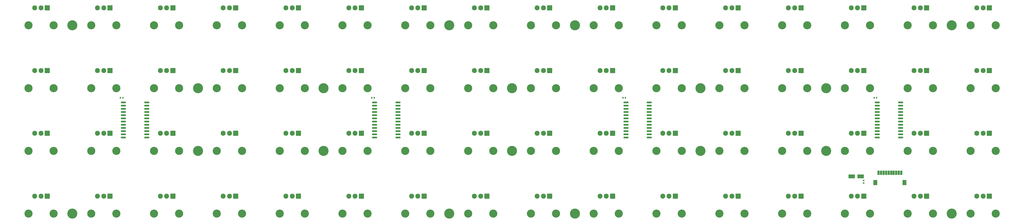
<source format=gbs>
G04 #@! TF.GenerationSoftware,KiCad,Pcbnew,9.0.6*
G04 #@! TF.CreationDate,2025-12-16T13:31:53+01:00*
G04 #@! TF.ProjectId,Pots,506f7473-2e6b-4696-9361-645f70636258,rev?*
G04 #@! TF.SameCoordinates,Original*
G04 #@! TF.FileFunction,Soldermask,Bot*
G04 #@! TF.FilePolarity,Negative*
%FSLAX46Y46*%
G04 Gerber Fmt 4.6, Leading zero omitted, Abs format (unit mm)*
G04 Created by KiCad (PCBNEW 9.0.6) date 2025-12-16 13:31:53*
%MOMM*%
%LPD*%
G01*
G04 APERTURE LIST*
G04 Aperture macros list*
%AMRoundRect*
0 Rectangle with rounded corners*
0 $1 Rounding radius*
0 $2 $3 $4 $5 $6 $7 $8 $9 X,Y pos of 4 corners*
0 Add a 4 corners polygon primitive as box body*
4,1,4,$2,$3,$4,$5,$6,$7,$8,$9,$2,$3,0*
0 Add four circle primitives for the rounded corners*
1,1,$1+$1,$2,$3*
1,1,$1+$1,$4,$5*
1,1,$1+$1,$6,$7*
1,1,$1+$1,$8,$9*
0 Add four rect primitives between the rounded corners*
20,1,$1+$1,$2,$3,$4,$5,0*
20,1,$1+$1,$4,$5,$6,$7,0*
20,1,$1+$1,$6,$7,$8,$9,0*
20,1,$1+$1,$8,$9,$2,$3,0*%
G04 Aperture macros list end*
%ADD10C,4.000000*%
%ADD11RoundRect,0.050800X0.930200X0.930200X-0.930200X0.930200X-0.930200X-0.930200X0.930200X-0.930200X0*%
%ADD12C,1.962000*%
%ADD13C,3.217600*%
%ADD14RoundRect,0.150000X0.875000X0.150000X-0.875000X0.150000X-0.875000X-0.150000X0.875000X-0.150000X0*%
%ADD15RoundRect,0.140000X-0.140000X-0.170000X0.140000X-0.170000X0.140000X0.170000X-0.140000X0.170000X0*%
%ADD16RoundRect,0.250000X1.050000X0.550000X-1.050000X0.550000X-1.050000X-0.550000X1.050000X-0.550000X0*%
%ADD17RoundRect,0.140000X-0.170000X0.140000X-0.170000X-0.140000X0.170000X-0.140000X0.170000X0.140000X0*%
%ADD18RoundRect,0.102000X-0.330200X-0.774700X0.330200X-0.774700X0.330200X0.774700X-0.330200X0.774700X0*%
%ADD19RoundRect,0.102000X-0.647700X-0.952500X0.647700X-0.952500X0.647700X0.952500X-0.647700X0.952500X0*%
G04 APERTURE END LIST*
D10*
X316500000Y-164000000D03*
D11*
X231500000Y-157000000D03*
D12*
X229000000Y-157000000D03*
X226500000Y-157000000D03*
D13*
X234000000Y-164000000D03*
X224000000Y-164000000D03*
D10*
X516500000Y-164000000D03*
D11*
X331500000Y-157000000D03*
D12*
X329000000Y-157000000D03*
X326500000Y-157000000D03*
D13*
X334000000Y-164000000D03*
X324000000Y-164000000D03*
D11*
X281500000Y-182000000D03*
D12*
X279000000Y-182000000D03*
X276500000Y-182000000D03*
D13*
X284000000Y-189000000D03*
X274000000Y-189000000D03*
D10*
X366500000Y-239000000D03*
X516500000Y-239000000D03*
D11*
X406500000Y-157000000D03*
D12*
X404000000Y-157000000D03*
X401500000Y-157000000D03*
D13*
X409000000Y-164000000D03*
X399000000Y-164000000D03*
D11*
X531500000Y-157000000D03*
D12*
X529000000Y-157000000D03*
X526500000Y-157000000D03*
D13*
X534000000Y-164000000D03*
X524000000Y-164000000D03*
D10*
X216500000Y-214000000D03*
D11*
X431500000Y-232000000D03*
D12*
X429000000Y-232000000D03*
X426500000Y-232000000D03*
D13*
X434000000Y-239000000D03*
X424000000Y-239000000D03*
D11*
X306500000Y-157000000D03*
D12*
X304000000Y-157000000D03*
X301500000Y-157000000D03*
D13*
X309000000Y-164000000D03*
X299000000Y-164000000D03*
D11*
X181500000Y-182000000D03*
D12*
X179000000Y-182000000D03*
X176500000Y-182000000D03*
D13*
X184000000Y-189000000D03*
X174000000Y-189000000D03*
D10*
X266500000Y-214000000D03*
D11*
X156500000Y-182000000D03*
D12*
X154000000Y-182000000D03*
X151500000Y-182000000D03*
D13*
X159000000Y-189000000D03*
X149000000Y-189000000D03*
D10*
X416500000Y-214000000D03*
D11*
X481500000Y-232000000D03*
D12*
X479000000Y-232000000D03*
X476500000Y-232000000D03*
D13*
X484000000Y-239000000D03*
X474000000Y-239000000D03*
D11*
X206500000Y-207000000D03*
D12*
X204000000Y-207000000D03*
X201500000Y-207000000D03*
D13*
X209000000Y-214000000D03*
X199000000Y-214000000D03*
D11*
X356500000Y-157000000D03*
D12*
X354000000Y-157000000D03*
X351500000Y-157000000D03*
D13*
X359000000Y-164000000D03*
X349000000Y-164000000D03*
D11*
X506500000Y-232000000D03*
D12*
X504000000Y-232000000D03*
X501500000Y-232000000D03*
D13*
X509000000Y-239000000D03*
X499000000Y-239000000D03*
D11*
X531500000Y-232000000D03*
D12*
X529000000Y-232000000D03*
X526500000Y-232000000D03*
D13*
X534000000Y-239000000D03*
X524000000Y-239000000D03*
D11*
X381500000Y-207000000D03*
D12*
X379000000Y-207000000D03*
X376500000Y-207000000D03*
D13*
X384000000Y-214000000D03*
X374000000Y-214000000D03*
D11*
X481500000Y-207000000D03*
D12*
X479000000Y-207000000D03*
X476500000Y-207000000D03*
D13*
X484000000Y-214000000D03*
X474000000Y-214000000D03*
D11*
X456500000Y-182000000D03*
D12*
X454000000Y-182000000D03*
X451500000Y-182000000D03*
D13*
X459000000Y-189000000D03*
X449000000Y-189000000D03*
D11*
X181500000Y-232000000D03*
D12*
X179000000Y-232000000D03*
X176500000Y-232000000D03*
D13*
X184000000Y-239000000D03*
X174000000Y-239000000D03*
D11*
X181500000Y-207000000D03*
D12*
X179000000Y-207000000D03*
X176500000Y-207000000D03*
D13*
X184000000Y-214000000D03*
X174000000Y-214000000D03*
D11*
X281500000Y-232000000D03*
D12*
X279000000Y-232000000D03*
X276500000Y-232000000D03*
D13*
X284000000Y-239000000D03*
X274000000Y-239000000D03*
D11*
X381500000Y-157000000D03*
D12*
X379000000Y-157000000D03*
X376500000Y-157000000D03*
D13*
X384000000Y-164000000D03*
X374000000Y-164000000D03*
D11*
X256500000Y-157000000D03*
D12*
X254000000Y-157000000D03*
X251500000Y-157000000D03*
D13*
X259000000Y-164000000D03*
X249000000Y-164000000D03*
D11*
X231500000Y-207000000D03*
D12*
X229000000Y-207000000D03*
X226500000Y-207000000D03*
D13*
X234000000Y-214000000D03*
X224000000Y-214000000D03*
D10*
X466500000Y-189000000D03*
X341500000Y-189000000D03*
D11*
X156500000Y-157000000D03*
D12*
X154000000Y-157000000D03*
X151500000Y-157000000D03*
D13*
X159000000Y-164000000D03*
X149000000Y-164000000D03*
D11*
X281500000Y-157000000D03*
D12*
X279000000Y-157000000D03*
X276500000Y-157000000D03*
D13*
X284000000Y-164000000D03*
X274000000Y-164000000D03*
D11*
X381500000Y-182000000D03*
D12*
X379000000Y-182000000D03*
X376500000Y-182000000D03*
D13*
X384000000Y-189000000D03*
X374000000Y-189000000D03*
D11*
X356500000Y-182000000D03*
D12*
X354000000Y-182000000D03*
X351500000Y-182000000D03*
D13*
X359000000Y-189000000D03*
X349000000Y-189000000D03*
D11*
X406500000Y-207000000D03*
D12*
X404000000Y-207000000D03*
X401500000Y-207000000D03*
D13*
X409000000Y-214000000D03*
X399000000Y-214000000D03*
D10*
X166500000Y-164000000D03*
X266500000Y-189000000D03*
D11*
X231500000Y-182000000D03*
D12*
X229000000Y-182000000D03*
X226500000Y-182000000D03*
D13*
X234000000Y-189000000D03*
X224000000Y-189000000D03*
D11*
X531500000Y-182000000D03*
D12*
X529000000Y-182000000D03*
X526500000Y-182000000D03*
D13*
X534000000Y-189000000D03*
X524000000Y-189000000D03*
D10*
X166500000Y-239000000D03*
D11*
X206500000Y-157000000D03*
D12*
X204000000Y-157000000D03*
X201500000Y-157000000D03*
D13*
X209000000Y-164000000D03*
X199000000Y-164000000D03*
D11*
X481500000Y-157000000D03*
D12*
X479000000Y-157000000D03*
X476500000Y-157000000D03*
D13*
X484000000Y-164000000D03*
X474000000Y-164000000D03*
D11*
X231500000Y-232000000D03*
D12*
X229000000Y-232000000D03*
X226500000Y-232000000D03*
D13*
X234000000Y-239000000D03*
X224000000Y-239000000D03*
D11*
X381500000Y-232000000D03*
D12*
X379000000Y-232000000D03*
X376500000Y-232000000D03*
D13*
X384000000Y-239000000D03*
X374000000Y-239000000D03*
D11*
X456500000Y-232000000D03*
D12*
X454000000Y-232000000D03*
X451500000Y-232000000D03*
D13*
X459000000Y-239000000D03*
X449000000Y-239000000D03*
D11*
X506500000Y-207000000D03*
D12*
X504000000Y-207000000D03*
X501500000Y-207000000D03*
D13*
X509000000Y-214000000D03*
X499000000Y-214000000D03*
D11*
X306500000Y-207000000D03*
D12*
X304000000Y-207000000D03*
X301500000Y-207000000D03*
D13*
X309000000Y-214000000D03*
X299000000Y-214000000D03*
D11*
X456500000Y-157000000D03*
D12*
X454000000Y-157000000D03*
X451500000Y-157000000D03*
D13*
X459000000Y-164000000D03*
X449000000Y-164000000D03*
D11*
X506500000Y-157000000D03*
D12*
X504000000Y-157000000D03*
X501500000Y-157000000D03*
D13*
X509000000Y-164000000D03*
X499000000Y-164000000D03*
D10*
X216500000Y-189000000D03*
D11*
X306500000Y-182000000D03*
D12*
X304000000Y-182000000D03*
X301500000Y-182000000D03*
D13*
X309000000Y-189000000D03*
X299000000Y-189000000D03*
D11*
X356500000Y-232000000D03*
D12*
X354000000Y-232000000D03*
X351500000Y-232000000D03*
D13*
X359000000Y-239000000D03*
X349000000Y-239000000D03*
D11*
X256500000Y-232000000D03*
D12*
X254000000Y-232000000D03*
X251500000Y-232000000D03*
D13*
X259000000Y-239000000D03*
X249000000Y-239000000D03*
D11*
X406500000Y-232000000D03*
D12*
X404000000Y-232000000D03*
X401500000Y-232000000D03*
D13*
X409000000Y-239000000D03*
X399000000Y-239000000D03*
D11*
X331500000Y-182000000D03*
D12*
X329000000Y-182000000D03*
X326500000Y-182000000D03*
D13*
X334000000Y-189000000D03*
X324000000Y-189000000D03*
D11*
X256500000Y-182000000D03*
D12*
X254000000Y-182000000D03*
X251500000Y-182000000D03*
D13*
X259000000Y-189000000D03*
X249000000Y-189000000D03*
D11*
X481500000Y-182000000D03*
D12*
X479000000Y-182000000D03*
X476500000Y-182000000D03*
D13*
X484000000Y-189000000D03*
X474000000Y-189000000D03*
D11*
X506500000Y-182000000D03*
D12*
X504000000Y-182000000D03*
X501500000Y-182000000D03*
D13*
X509000000Y-189000000D03*
X499000000Y-189000000D03*
D11*
X281500000Y-207000000D03*
D12*
X279000000Y-207000000D03*
X276500000Y-207000000D03*
D13*
X284000000Y-214000000D03*
X274000000Y-214000000D03*
D11*
X156500000Y-207000000D03*
D12*
X154000000Y-207000000D03*
X151500000Y-207000000D03*
D13*
X159000000Y-214000000D03*
X149000000Y-214000000D03*
D10*
X466500000Y-214000000D03*
D11*
X331500000Y-232000000D03*
D12*
X329000000Y-232000000D03*
X326500000Y-232000000D03*
D13*
X334000000Y-239000000D03*
X324000000Y-239000000D03*
D11*
X406500000Y-182000000D03*
D12*
X404000000Y-182000000D03*
X401500000Y-182000000D03*
D13*
X409000000Y-189000000D03*
X399000000Y-189000000D03*
D11*
X206500000Y-232000000D03*
D12*
X204000000Y-232000000D03*
X201500000Y-232000000D03*
D13*
X209000000Y-239000000D03*
X199000000Y-239000000D03*
D11*
X306500000Y-232000000D03*
D12*
X304000000Y-232000000D03*
X301500000Y-232000000D03*
D13*
X309000000Y-239000000D03*
X299000000Y-239000000D03*
D11*
X256500000Y-207000000D03*
D12*
X254000000Y-207000000D03*
X251500000Y-207000000D03*
D13*
X259000000Y-214000000D03*
X249000000Y-214000000D03*
D10*
X366500000Y-164000000D03*
D11*
X431500000Y-182000000D03*
D12*
X429000000Y-182000000D03*
X426500000Y-182000000D03*
D13*
X434000000Y-189000000D03*
X424000000Y-189000000D03*
D11*
X531500000Y-207000000D03*
D12*
X529000000Y-207000000D03*
X526500000Y-207000000D03*
D13*
X534000000Y-214000000D03*
X524000000Y-214000000D03*
D11*
X356500000Y-207000000D03*
D12*
X354000000Y-207000000D03*
X351500000Y-207000000D03*
D13*
X359000000Y-214000000D03*
X349000000Y-214000000D03*
D11*
X206500000Y-182000000D03*
D12*
X204000000Y-182000000D03*
X201500000Y-182000000D03*
D13*
X209000000Y-189000000D03*
X199000000Y-189000000D03*
D10*
X316500000Y-239000000D03*
D11*
X156500000Y-232000000D03*
D12*
X154000000Y-232000000D03*
X151500000Y-232000000D03*
D13*
X159000000Y-239000000D03*
X149000000Y-239000000D03*
D11*
X331500000Y-207000000D03*
D12*
X329000000Y-207000000D03*
X326500000Y-207000000D03*
D13*
X334000000Y-214000000D03*
X324000000Y-214000000D03*
D11*
X431500000Y-207000000D03*
D12*
X429000000Y-207000000D03*
X426500000Y-207000000D03*
D13*
X434000000Y-214000000D03*
X424000000Y-214000000D03*
D10*
X416500000Y-189000000D03*
D11*
X181500000Y-157000000D03*
D12*
X179000000Y-157000000D03*
X176500000Y-157000000D03*
D13*
X184000000Y-164000000D03*
X174000000Y-164000000D03*
D11*
X456500000Y-207000000D03*
D12*
X454000000Y-207000000D03*
X451500000Y-207000000D03*
D13*
X459000000Y-214000000D03*
X449000000Y-214000000D03*
D11*
X431500000Y-157000000D03*
D12*
X429000000Y-157000000D03*
X426500000Y-157000000D03*
D13*
X434000000Y-164000000D03*
X424000000Y-164000000D03*
D10*
X341500000Y-214000000D03*
D14*
X396124998Y-194674999D03*
X396124998Y-195944999D03*
X396124998Y-197214999D03*
X396124998Y-198484999D03*
X396124998Y-199754999D03*
X396124998Y-201024999D03*
X396124998Y-202294999D03*
X396124998Y-203564999D03*
X396124998Y-204834999D03*
X396124998Y-206104999D03*
X396124998Y-207374999D03*
X396124998Y-208644999D03*
X386824998Y-208644999D03*
X386824998Y-207374999D03*
X386824998Y-206104999D03*
X386824998Y-204834999D03*
X386824998Y-203564999D03*
X386824998Y-202294999D03*
X386824998Y-201024999D03*
X386824998Y-199754999D03*
X386824998Y-198484999D03*
X386824998Y-197214999D03*
X386824998Y-195944999D03*
X386824998Y-194674999D03*
D15*
X485644997Y-192859998D03*
X486604997Y-192859998D03*
D14*
X496124997Y-194674998D03*
X496124997Y-195944998D03*
X496124997Y-197214998D03*
X496124997Y-198484998D03*
X496124997Y-199754998D03*
X496124997Y-201024998D03*
X496124997Y-202294998D03*
X496124997Y-203564998D03*
X496124997Y-204834998D03*
X496124997Y-206104998D03*
X496124997Y-207374998D03*
X496124997Y-208644998D03*
X486824997Y-208644998D03*
X486824997Y-207374998D03*
X486824997Y-206104998D03*
X486824997Y-204834998D03*
X486824997Y-203564998D03*
X486824997Y-202294998D03*
X486824997Y-201024998D03*
X486824997Y-199754998D03*
X486824997Y-198484998D03*
X486824997Y-197214998D03*
X486824997Y-195944998D03*
X486824997Y-194674998D03*
D15*
X385644998Y-192859999D03*
X386604998Y-192859999D03*
D16*
X480255000Y-224140000D03*
X476655000Y-224140000D03*
D15*
X285644999Y-192860000D03*
X286604999Y-192860000D03*
X185645000Y-192860000D03*
X186605000Y-192860000D03*
D17*
X481455000Y-225810000D03*
X481455000Y-226770000D03*
D18*
X496400000Y-222700000D03*
X495400000Y-222700000D03*
X494400000Y-222700000D03*
X493400000Y-222700000D03*
X492400000Y-222700000D03*
X491400000Y-222700000D03*
X490400000Y-222701500D03*
X489400000Y-222701500D03*
X488400000Y-222701500D03*
X487400000Y-222701500D03*
D19*
X486100000Y-226576500D03*
X497700000Y-226575000D03*
D14*
X296124999Y-194675000D03*
X296124999Y-195945000D03*
X296124999Y-197215000D03*
X296124999Y-198485000D03*
X296124999Y-199755000D03*
X296124999Y-201025000D03*
X296124999Y-202295000D03*
X296124999Y-203565000D03*
X296124999Y-204835000D03*
X296124999Y-206105000D03*
X296124999Y-207375000D03*
X296124999Y-208645000D03*
X286824999Y-208645000D03*
X286824999Y-207375000D03*
X286824999Y-206105000D03*
X286824999Y-204835000D03*
X286824999Y-203565000D03*
X286824999Y-202295000D03*
X286824999Y-201025000D03*
X286824999Y-199755000D03*
X286824999Y-198485000D03*
X286824999Y-197215000D03*
X286824999Y-195945000D03*
X286824999Y-194675000D03*
X196125000Y-194675000D03*
X196125000Y-195945000D03*
X196125000Y-197215000D03*
X196125000Y-198485000D03*
X196125000Y-199755000D03*
X196125000Y-201025000D03*
X196125000Y-202295000D03*
X196125000Y-203565000D03*
X196125000Y-204835000D03*
X196125000Y-206105000D03*
X196125000Y-207375000D03*
X196125000Y-208645000D03*
X186825000Y-208645000D03*
X186825000Y-207375000D03*
X186825000Y-206105000D03*
X186825000Y-204835000D03*
X186825000Y-203565000D03*
X186825000Y-202295000D03*
X186825000Y-201025000D03*
X186825000Y-199755000D03*
X186825000Y-198485000D03*
X186825000Y-197215000D03*
X186825000Y-195945000D03*
X186825000Y-194675000D03*
M02*

</source>
